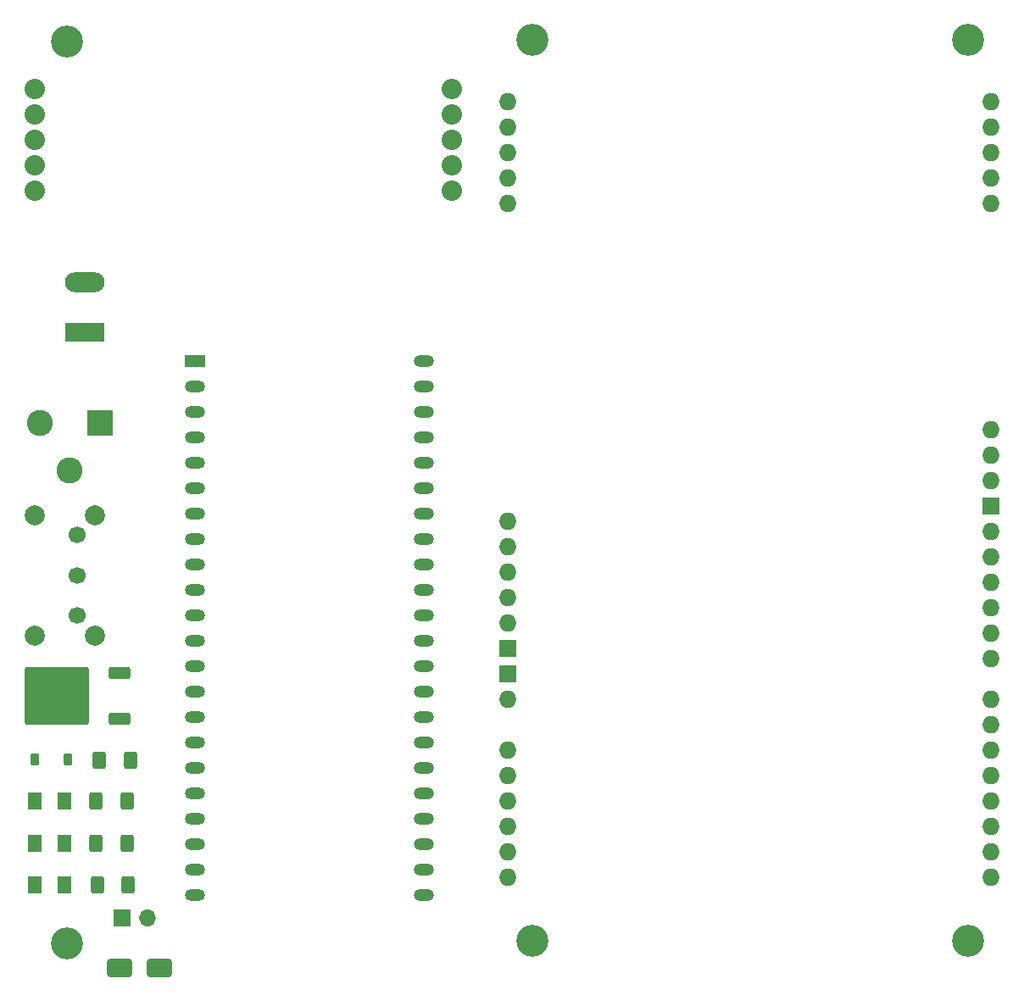
<source format=gts>
%TF.GenerationSoftware,KiCad,Pcbnew,8.0.0*%
%TF.CreationDate,2024-06-28T13:29:57-04:00*%
%TF.ProjectId,myBaseBoardDesignv1,6d794261-7365-4426-9f61-726444657369,rev?*%
%TF.SameCoordinates,Original*%
%TF.FileFunction,Soldermask,Top*%
%TF.FilePolarity,Negative*%
%FSLAX46Y46*%
G04 Gerber Fmt 4.6, Leading zero omitted, Abs format (unit mm)*
G04 Created by KiCad (PCBNEW 8.0.0) date 2024-06-28 13:29:57*
%MOMM*%
%LPD*%
G01*
G04 APERTURE LIST*
G04 Aperture macros list*
%AMRoundRect*
0 Rectangle with rounded corners*
0 $1 Rounding radius*
0 $2 $3 $4 $5 $6 $7 $8 $9 X,Y pos of 4 corners*
0 Add a 4 corners polygon primitive as box body*
4,1,4,$2,$3,$4,$5,$6,$7,$8,$9,$2,$3,0*
0 Add four circle primitives for the rounded corners*
1,1,$1+$1,$2,$3*
1,1,$1+$1,$4,$5*
1,1,$1+$1,$6,$7*
1,1,$1+$1,$8,$9*
0 Add four rect primitives between the rounded corners*
20,1,$1+$1,$2,$3,$4,$5,0*
20,1,$1+$1,$4,$5,$6,$7,0*
20,1,$1+$1,$6,$7,$8,$9,0*
20,1,$1+$1,$8,$9,$2,$3,0*%
G04 Aperture macros list end*
%ADD10RoundRect,0.250000X1.000000X0.650000X-1.000000X0.650000X-1.000000X-0.650000X1.000000X-0.650000X0*%
%ADD11R,1.700000X1.700000*%
%ADD12O,1.700000X1.700000*%
%ADD13RoundRect,0.250000X-0.400000X-0.625000X0.400000X-0.625000X0.400000X0.625000X-0.400000X0.625000X0*%
%ADD14RoundRect,0.250000X0.850000X0.350000X-0.850000X0.350000X-0.850000X-0.350000X0.850000X-0.350000X0*%
%ADD15RoundRect,0.249997X2.950003X2.650003X-2.950003X2.650003X-2.950003X-2.650003X2.950003X-2.650003X0*%
%ADD16C,2.032000*%
%ADD17O,1.727200X1.727200*%
%ADD18R,1.727200X1.727200*%
%ADD19C,3.200000*%
%ADD20R,3.960000X1.980000*%
%ADD21O,3.960000X1.980000*%
%ADD22RoundRect,0.250000X0.400000X0.625000X-0.400000X0.625000X-0.400000X-0.625000X0.400000X-0.625000X0*%
%ADD23RoundRect,0.225000X-0.225000X-0.375000X0.225000X-0.375000X0.225000X0.375000X-0.225000X0.375000X0*%
%ADD24RoundRect,0.250001X-0.462499X-0.624999X0.462499X-0.624999X0.462499X0.624999X-0.462499X0.624999X0*%
%ADD25C,1.700000*%
%ADD26C,2.000000*%
%ADD27O,2.000000X1.200000*%
%ADD28R,2.000000X1.200000*%
%ADD29R,2.600000X2.600000*%
%ADD30C,2.600000*%
G04 APERTURE END LIST*
D10*
%TO.C,D5*%
X87000000Y-148250000D03*
X83000000Y-148250000D03*
%TD*%
D11*
%TO.C,J3*%
X83225000Y-143250000D03*
D12*
X85765000Y-143250000D03*
%TD*%
D13*
%TO.C,R1*%
X80974000Y-127508000D03*
X84074000Y-127508000D03*
%TD*%
D14*
%TO.C,Q2*%
X82984000Y-123310000D03*
D15*
X76684000Y-121030000D03*
D14*
X82984000Y-118750000D03*
%TD*%
D16*
%TO.C,J1*%
X116165000Y-60460000D03*
X116165000Y-63000000D03*
X116165000Y-65540000D03*
X116165000Y-68080000D03*
X116165000Y-70620000D03*
X74550000Y-70620000D03*
X74550000Y-68080000D03*
X74550000Y-65540000D03*
X74550000Y-63000000D03*
X74550000Y-60460000D03*
D17*
X170050000Y-94446000D03*
X170050000Y-96986000D03*
X170050000Y-71840000D03*
X170050000Y-66760000D03*
X170050000Y-61680000D03*
X170050000Y-136610000D03*
X170050000Y-139150000D03*
X170050000Y-64220000D03*
X121790000Y-64220000D03*
X121790000Y-66760000D03*
X121790000Y-69300000D03*
X121790000Y-71840000D03*
X170050000Y-99526000D03*
D18*
X170050000Y-102066000D03*
D17*
X121790000Y-103590000D03*
X121790000Y-106130000D03*
X121790000Y-108670000D03*
X121790000Y-111210000D03*
X121790000Y-113750000D03*
D18*
X121790000Y-116290000D03*
X121790000Y-118830000D03*
D17*
X121790000Y-121370000D03*
X170050000Y-69300000D03*
X121790000Y-136610000D03*
X121790000Y-134070000D03*
X121790000Y-131530000D03*
X121790000Y-128990000D03*
X121790000Y-126450000D03*
X170050000Y-104606000D03*
X170050000Y-107146000D03*
X170050000Y-109686000D03*
X170050000Y-112226000D03*
X170050000Y-114766000D03*
X170050000Y-117306000D03*
X170050000Y-121370000D03*
X170050000Y-123910000D03*
X170050000Y-126450000D03*
X170050000Y-128990000D03*
X170050000Y-131530000D03*
X170050000Y-134070000D03*
X121790000Y-139150000D03*
X121790000Y-61680000D03*
D19*
X167750000Y-145500000D03*
X167750000Y-55500000D03*
X124250000Y-145500000D03*
X124250000Y-55500000D03*
X77750000Y-145750000D03*
X77750000Y-55690000D03*
%TD*%
D20*
%TO.C,J4*%
X79500000Y-84765000D03*
D21*
X79500000Y-79765000D03*
%TD*%
D22*
%TO.C,R4*%
X83719000Y-135763000D03*
X80619000Y-135763000D03*
%TD*%
D23*
%TO.C,D1*%
X74551000Y-127381000D03*
X77851000Y-127381000D03*
%TD*%
D24*
%TO.C,D3*%
X74484500Y-139954000D03*
X77459500Y-139954000D03*
%TD*%
D25*
%TO.C,SW1*%
X78750000Y-113000000D03*
X78750000Y-109000000D03*
X78750000Y-105000000D03*
D26*
X74500000Y-115000000D03*
X80500000Y-115000000D03*
X74500000Y-103000000D03*
X80500000Y-103000000D03*
%TD*%
D24*
%TO.C,D4*%
X74484500Y-135763000D03*
X77459500Y-135763000D03*
%TD*%
%TO.C,D2*%
X74495000Y-131572000D03*
X77470000Y-131572000D03*
%TD*%
D27*
%TO.C,U1*%
X113360000Y-87640000D03*
X113360000Y-90180000D03*
X113360000Y-92720000D03*
X113360000Y-95260000D03*
X113360000Y-97800000D03*
X113360000Y-100340000D03*
X113360000Y-102880000D03*
X113360000Y-105420000D03*
X113360000Y-107960000D03*
X113360000Y-110500000D03*
X113360000Y-113040000D03*
X113360000Y-115580000D03*
X113360000Y-118120000D03*
X113360000Y-120660000D03*
X113360000Y-123200000D03*
X113360000Y-125740000D03*
X113360000Y-128280000D03*
X113360000Y-130820000D03*
X113360000Y-133360000D03*
X113360000Y-135900000D03*
X113360000Y-138440000D03*
X113360000Y-140980000D03*
X90496320Y-140977280D03*
X90496320Y-138437280D03*
X90496320Y-135897280D03*
X90500000Y-133360000D03*
X90500000Y-130820000D03*
X90500000Y-128280000D03*
X90500000Y-125740000D03*
X90500000Y-123200000D03*
X90500000Y-120660000D03*
X90500000Y-118120000D03*
X90500000Y-115580000D03*
X90500000Y-113040000D03*
X90500000Y-110500000D03*
X90500000Y-107960000D03*
X90500000Y-105420000D03*
X90500000Y-102880000D03*
X90500000Y-100340000D03*
X90500000Y-97800000D03*
X90500000Y-95260000D03*
X90500000Y-92720000D03*
X90500000Y-90180000D03*
D28*
X90500000Y-87640000D03*
%TD*%
D22*
%TO.C,R2*%
X83719000Y-131572000D03*
X80619000Y-131572000D03*
%TD*%
%TO.C,R3*%
X83846000Y-139954000D03*
X80746000Y-139954000D03*
%TD*%
D29*
%TO.C,J2*%
X81000000Y-93800000D03*
D30*
X75000000Y-93800000D03*
X78000000Y-98500000D03*
%TD*%
M02*

</source>
